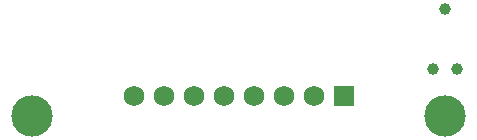
<source format=gbs>
G04*
G04 #@! TF.GenerationSoftware,Altium Limited,Altium Designer,21.6.4 (81)*
G04*
G04 Layer_Color=16711935*
%FSLAX44Y44*%
%MOMM*%
G71*
G04*
G04 #@! TF.SameCoordinates,75E8EA60-7A1B-4F35-BD82-ACC1B6EDD98F*
G04*
G04*
G04 #@! TF.FilePolarity,Negative*
G04*
G01*
G75*
%ADD33C,1.0000*%
%ADD34C,3.5000*%
%ADD35C,1.7500*%
%ADD36R,1.7500X1.7500*%
D33*
X374900Y115350D02*
D03*
X385060Y64550D02*
D03*
X364740D02*
D03*
D34*
X375000Y25000D02*
D03*
X25000D02*
D03*
D35*
X111100Y41700D02*
D03*
X136500D02*
D03*
X238100D02*
D03*
X263500D02*
D03*
X212700D02*
D03*
X187300D02*
D03*
X161900D02*
D03*
D36*
X288900D02*
D03*
M02*

</source>
